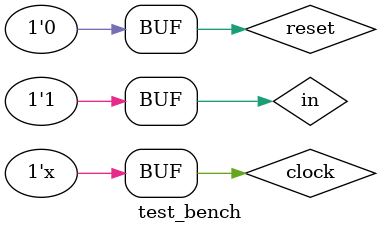
<source format=v>
`timescale 10ns/1ps

module test_bench();
	reg in, clock, reset;
	wire out;
	initial in = 0;
	initial clock = 0;
	initial reset = 0;
	always #10 clock = ~clock;
	r_d_flipflop dut(out, in, clock, reset);
	initial begin
		$dumpfile("test_d_flipflop.vcd");
		$dumpvars;
		#10;
		reset = 1;
		#5;
		reset = 0;
		in = 1;
		#10;
		in = 0;
		#10;
		in = 1;
		#15;
		in = 0;
		#15;
		in = 1;
		#5;
		reset = 1;
		#10;
		in = 0;
		#10;
		in = 1;
		#10;
		reset = 0;
		#20;
	end
endmodule

</source>
